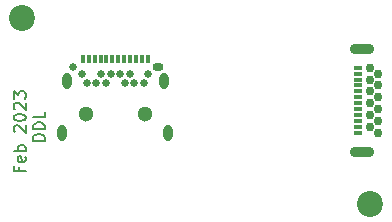
<source format=gts>
G04 #@! TF.GenerationSoftware,KiCad,Pcbnew,6.0.11-2627ca5db0~126~ubuntu22.04.1*
G04 #@! TF.CreationDate,2023-02-09T23:48:25+01:00*
G04 #@! TF.ProjectId,PDLeech,50444c65-6563-4682-9e6b-696361645f70,rev?*
G04 #@! TF.SameCoordinates,Original*
G04 #@! TF.FileFunction,Soldermask,Top*
G04 #@! TF.FilePolarity,Negative*
%FSLAX46Y46*%
G04 Gerber Fmt 4.6, Leading zero omitted, Abs format (unit mm)*
G04 Created by KiCad (PCBNEW 6.0.11-2627ca5db0~126~ubuntu22.04.1) date 2023-02-09 23:48:25*
%MOMM*%
%LPD*%
G01*
G04 APERTURE LIST*
%ADD10C,0.150000*%
%ADD11C,2.200000*%
%ADD12C,0.650000*%
%ADD13O,0.950000X0.650000*%
%ADD14R,0.300000X0.700000*%
%ADD15O,0.800000X1.400000*%
%ADD16R,0.800000X0.300000*%
%ADD17C,0.750000*%
%ADD18O,2.100000X0.900000*%
%ADD19C,1.300000*%
G04 APERTURE END LIST*
D10*
X133870571Y-72365809D02*
X133870571Y-72699142D01*
X134394380Y-72699142D02*
X133394380Y-72699142D01*
X133394380Y-72222952D01*
X134346761Y-71461047D02*
X134394380Y-71556285D01*
X134394380Y-71746761D01*
X134346761Y-71842000D01*
X134251523Y-71889619D01*
X133870571Y-71889619D01*
X133775333Y-71842000D01*
X133727714Y-71746761D01*
X133727714Y-71556285D01*
X133775333Y-71461047D01*
X133870571Y-71413428D01*
X133965809Y-71413428D01*
X134061047Y-71889619D01*
X134394380Y-70984857D02*
X133394380Y-70984857D01*
X133775333Y-70984857D02*
X133727714Y-70889619D01*
X133727714Y-70699142D01*
X133775333Y-70603904D01*
X133822952Y-70556285D01*
X133918190Y-70508666D01*
X134203904Y-70508666D01*
X134299142Y-70556285D01*
X134346761Y-70603904D01*
X134394380Y-70699142D01*
X134394380Y-70889619D01*
X134346761Y-70984857D01*
X133489619Y-69365809D02*
X133442000Y-69318190D01*
X133394380Y-69222952D01*
X133394380Y-68984857D01*
X133442000Y-68889619D01*
X133489619Y-68842000D01*
X133584857Y-68794380D01*
X133680095Y-68794380D01*
X133822952Y-68842000D01*
X134394380Y-69413428D01*
X134394380Y-68794380D01*
X133394380Y-68175333D02*
X133394380Y-68080095D01*
X133442000Y-67984857D01*
X133489619Y-67937238D01*
X133584857Y-67889619D01*
X133775333Y-67842000D01*
X134013428Y-67842000D01*
X134203904Y-67889619D01*
X134299142Y-67937238D01*
X134346761Y-67984857D01*
X134394380Y-68080095D01*
X134394380Y-68175333D01*
X134346761Y-68270571D01*
X134299142Y-68318190D01*
X134203904Y-68365809D01*
X134013428Y-68413428D01*
X133775333Y-68413428D01*
X133584857Y-68365809D01*
X133489619Y-68318190D01*
X133442000Y-68270571D01*
X133394380Y-68175333D01*
X133489619Y-67461047D02*
X133442000Y-67413428D01*
X133394380Y-67318190D01*
X133394380Y-67080095D01*
X133442000Y-66984857D01*
X133489619Y-66937238D01*
X133584857Y-66889619D01*
X133680095Y-66889619D01*
X133822952Y-66937238D01*
X134394380Y-67508666D01*
X134394380Y-66889619D01*
X133394380Y-66556285D02*
X133394380Y-65937238D01*
X133775333Y-66270571D01*
X133775333Y-66127714D01*
X133822952Y-66032476D01*
X133870571Y-65984857D01*
X133965809Y-65937238D01*
X134203904Y-65937238D01*
X134299142Y-65984857D01*
X134346761Y-66032476D01*
X134394380Y-66127714D01*
X134394380Y-66413428D01*
X134346761Y-66508666D01*
X134299142Y-66556285D01*
X136004380Y-70127714D02*
X135004380Y-70127714D01*
X135004380Y-69889619D01*
X135052000Y-69746761D01*
X135147238Y-69651523D01*
X135242476Y-69603904D01*
X135432952Y-69556285D01*
X135575809Y-69556285D01*
X135766285Y-69603904D01*
X135861523Y-69651523D01*
X135956761Y-69746761D01*
X136004380Y-69889619D01*
X136004380Y-70127714D01*
X136004380Y-69127714D02*
X135004380Y-69127714D01*
X135004380Y-68889619D01*
X135052000Y-68746761D01*
X135147238Y-68651523D01*
X135242476Y-68603904D01*
X135432952Y-68556285D01*
X135575809Y-68556285D01*
X135766285Y-68603904D01*
X135861523Y-68651523D01*
X135956761Y-68746761D01*
X136004380Y-68889619D01*
X136004380Y-69127714D01*
X136004380Y-67651523D02*
X136004380Y-68127714D01*
X135004380Y-68127714D01*
D11*
X134112000Y-59690000D03*
D12*
X138386000Y-63839000D03*
D13*
X145586000Y-63839000D03*
D14*
X139236000Y-63179000D03*
X139736000Y-63179000D03*
X140236000Y-63179000D03*
X140736000Y-63179000D03*
X141236000Y-63179000D03*
X141736000Y-63179000D03*
X142236000Y-63179000D03*
X142736000Y-63179000D03*
X143236000Y-63179000D03*
X143736000Y-63179000D03*
X144236000Y-63179000D03*
X144736000Y-63179000D03*
D12*
X144786000Y-64489000D03*
X144386000Y-65189000D03*
X143586000Y-65189000D03*
X143186000Y-64489000D03*
X142786000Y-65189000D03*
X142386000Y-64489000D03*
X141586000Y-64489000D03*
X141186000Y-65189000D03*
X140786000Y-64489000D03*
X140386000Y-65189000D03*
X139586000Y-65189000D03*
X139186000Y-64489000D03*
D15*
X146116000Y-65089000D03*
X137856000Y-65089000D03*
X146476000Y-69469000D03*
X137496000Y-69469000D03*
D11*
X163576000Y-75438000D03*
D16*
X162535500Y-63922500D03*
X162535500Y-64422500D03*
X162535500Y-64922500D03*
X162535500Y-65422500D03*
X162535500Y-65922500D03*
X162535500Y-66422500D03*
X162535500Y-66922500D03*
X162535500Y-67422500D03*
X162535500Y-67922500D03*
X162535500Y-68422500D03*
X162535500Y-68922500D03*
X162535500Y-69422500D03*
D17*
X164235500Y-69422500D03*
X163515500Y-68922500D03*
X164235500Y-68422500D03*
X163515500Y-67922500D03*
X164235500Y-67422500D03*
X163515500Y-66922500D03*
X164235500Y-66422500D03*
X163515500Y-65922500D03*
X164235500Y-65422500D03*
X163515500Y-64922500D03*
X164235500Y-64422500D03*
X163515500Y-63922500D03*
D18*
X162885500Y-71022500D03*
X162885500Y-62322500D03*
D19*
X144486000Y-67805000D03*
X139486000Y-67805000D03*
M02*

</source>
